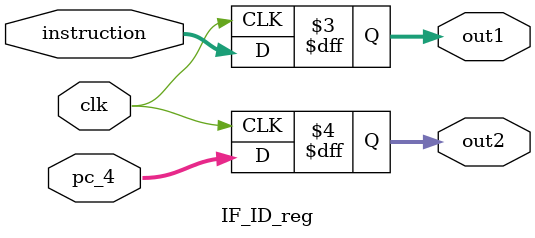
<source format=v>
module IF_ID_reg(clk,instruction, pc_4, out1, out2);

input clk;
input [31:0] instruction, pc_4;
output [31:0] out1, out2;
reg [31:0] out1, out2=0;

always@(posedge clk)
begin
out1<=instruction;
out2<=pc_4;
end
endmodule
</source>
